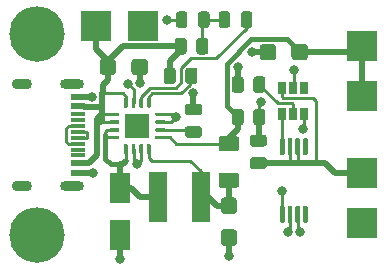
<source format=gbr>
%TF.GenerationSoftware,KiCad,Pcbnew,5.1.12-84ad8e8a86~92~ubuntu20.04.1*%
%TF.CreationDate,2023-07-09T19:05:36+02:00*%
%TF.ProjectId,tp5000_charger,74703530-3030-45f6-9368-61726765722e,rev?*%
%TF.SameCoordinates,Original*%
%TF.FileFunction,Copper,L1,Top*%
%TF.FilePolarity,Positive*%
%FSLAX46Y46*%
G04 Gerber Fmt 4.6, Leading zero omitted, Abs format (unit mm)*
G04 Created by KiCad (PCBNEW 5.1.12-84ad8e8a86~92~ubuntu20.04.1) date 2023-07-09 19:05:36*
%MOMM*%
%LPD*%
G01*
G04 APERTURE LIST*
%TA.AperFunction,ComponentPad*%
%ADD10R,2.500000X2.500000*%
%TD*%
%TA.AperFunction,ComponentPad*%
%ADD11C,4.700000*%
%TD*%
%TA.AperFunction,ComponentPad*%
%ADD12O,2.000000X0.900000*%
%TD*%
%TA.AperFunction,ComponentPad*%
%ADD13O,1.700000X0.900000*%
%TD*%
%TA.AperFunction,SMDPad,CuDef*%
%ADD14R,1.160000X0.300000*%
%TD*%
%TA.AperFunction,SMDPad,CuDef*%
%ADD15R,1.160000X0.600000*%
%TD*%
%TA.AperFunction,SMDPad,CuDef*%
%ADD16R,1.800000X2.500000*%
%TD*%
%TA.AperFunction,SMDPad,CuDef*%
%ADD17R,2.100000X2.100000*%
%TD*%
%TA.AperFunction,SMDPad,CuDef*%
%ADD18R,0.650000X1.060000*%
%TD*%
%TA.AperFunction,SMDPad,CuDef*%
%ADD19R,1.500000X4.200000*%
%TD*%
%TA.AperFunction,ViaPad*%
%ADD20C,0.800000*%
%TD*%
%TA.AperFunction,Conductor*%
%ADD21C,0.500000*%
%TD*%
%TA.AperFunction,Conductor*%
%ADD22C,0.250000*%
%TD*%
%TA.AperFunction,Conductor*%
%ADD23C,0.400000*%
%TD*%
G04 APERTURE END LIST*
D10*
%TO.P,J2,1*%
%TO.N,GND*%
X113750000Y-128500000D03*
%TD*%
%TO.P,J6,1*%
%TO.N,B-*%
X113750000Y-124250000D03*
%TD*%
D11*
%TO.P,H2,1*%
%TO.N,GND*%
X86250000Y-129500000D03*
%TD*%
D12*
%TO.P,J7,S1*%
%TO.N,GND*%
X89180000Y-116680000D03*
X89180000Y-125320000D03*
D13*
X85010000Y-116680000D03*
X85010000Y-125320000D03*
D14*
%TO.P,J7,B7*%
%TO.N,Net-(J7-PadB6)*%
X89760000Y-120250000D03*
%TO.P,J7,A6*%
%TO.N,Net-(J7-PadA6)*%
X89760000Y-120750000D03*
%TO.P,J7,A7*%
X89760000Y-121250000D03*
%TO.P,J7,B8*%
%TO.N,Net-(J7-PadB8)*%
X89760000Y-119250000D03*
%TO.P,J7,A5*%
%TO.N,Net-(J7-PadA5)*%
X89760000Y-119750000D03*
%TO.P,J7,A8*%
%TO.N,Net-(J7-PadA8)*%
X89760000Y-122250000D03*
%TO.P,J7,B6*%
%TO.N,Net-(J7-PadB6)*%
X89760000Y-121750000D03*
%TO.P,J7,B5*%
%TO.N,Net-(J7-PadB5)*%
X89760000Y-122750000D03*
D15*
%TO.P,J7,A4*%
%TO.N,VIN*%
X89760000Y-118600000D03*
%TO.P,J7,B9*%
X89760000Y-118600000D03*
%TO.P,J7,A1*%
%TO.N,GND*%
X89760000Y-117800000D03*
%TO.P,J7,B12*%
X89760000Y-117800000D03*
%TO.P,J7,B4*%
%TO.N,VIN*%
X89760000Y-123400000D03*
%TO.P,J7,B1*%
%TO.N,GND*%
X89760000Y-124200000D03*
%TO.P,J7,A9*%
%TO.N,VIN*%
X89760000Y-123400000D03*
%TO.P,J7,A12*%
%TO.N,GND*%
X89760000Y-124200000D03*
%TD*%
%TO.P,R5,2*%
%TO.N,VIN*%
%TA.AperFunction,SMDPad,CuDef*%
G36*
G01*
X98012500Y-115549999D02*
X98012500Y-116450001D01*
G75*
G02*
X97762501Y-116700000I-249999J0D01*
G01*
X97237499Y-116700000D01*
G75*
G02*
X96987500Y-116450001I0J249999D01*
G01*
X96987500Y-115549999D01*
G75*
G02*
X97237499Y-115300000I249999J0D01*
G01*
X97762501Y-115300000D01*
G75*
G02*
X98012500Y-115549999I0J-249999D01*
G01*
G37*
%TD.AperFunction*%
%TO.P,R5,1*%
%TO.N,Net-(R5-Pad1)*%
%TA.AperFunction,SMDPad,CuDef*%
G36*
G01*
X99837500Y-115549999D02*
X99837500Y-116450001D01*
G75*
G02*
X99587501Y-116700000I-249999J0D01*
G01*
X99062499Y-116700000D01*
G75*
G02*
X98812500Y-116450001I0J249999D01*
G01*
X98812500Y-115549999D01*
G75*
G02*
X99062499Y-115300000I249999J0D01*
G01*
X99587501Y-115300000D01*
G75*
G02*
X99837500Y-115549999I0J-249999D01*
G01*
G37*
%TD.AperFunction*%
%TD*%
%TO.P,D2,2*%
%TO.N,Net-(D2-Pad2)*%
%TA.AperFunction,SMDPad,CuDef*%
G36*
G01*
X99887500Y-111706250D02*
X99887500Y-110793750D01*
G75*
G02*
X100131250Y-110550000I243750J0D01*
G01*
X100618750Y-110550000D01*
G75*
G02*
X100862500Y-110793750I0J-243750D01*
G01*
X100862500Y-111706250D01*
G75*
G02*
X100618750Y-111950000I-243750J0D01*
G01*
X100131250Y-111950000D01*
G75*
G02*
X99887500Y-111706250I0J243750D01*
G01*
G37*
%TD.AperFunction*%
%TO.P,D2,1*%
%TO.N,Net-(D2-Pad1)*%
%TA.AperFunction,SMDPad,CuDef*%
G36*
G01*
X98012500Y-111706250D02*
X98012500Y-110793750D01*
G75*
G02*
X98256250Y-110550000I243750J0D01*
G01*
X98743750Y-110550000D01*
G75*
G02*
X98987500Y-110793750I0J-243750D01*
G01*
X98987500Y-111706250D01*
G75*
G02*
X98743750Y-111950000I-243750J0D01*
G01*
X98256250Y-111950000D01*
G75*
G02*
X98012500Y-111706250I0J243750D01*
G01*
G37*
%TD.AperFunction*%
%TD*%
%TO.P,D3,1*%
%TO.N,Net-(D3-Pad1)*%
%TA.AperFunction,SMDPad,CuDef*%
G36*
G01*
X104487500Y-110793750D02*
X104487500Y-111706250D01*
G75*
G02*
X104243750Y-111950000I-243750J0D01*
G01*
X103756250Y-111950000D01*
G75*
G02*
X103512500Y-111706250I0J243750D01*
G01*
X103512500Y-110793750D01*
G75*
G02*
X103756250Y-110550000I243750J0D01*
G01*
X104243750Y-110550000D01*
G75*
G02*
X104487500Y-110793750I0J-243750D01*
G01*
G37*
%TD.AperFunction*%
%TO.P,D3,2*%
%TO.N,Net-(D2-Pad2)*%
%TA.AperFunction,SMDPad,CuDef*%
G36*
G01*
X102612500Y-110793750D02*
X102612500Y-111706250D01*
G75*
G02*
X102368750Y-111950000I-243750J0D01*
G01*
X101881250Y-111950000D01*
G75*
G02*
X101637500Y-111706250I0J243750D01*
G01*
X101637500Y-110793750D01*
G75*
G02*
X101881250Y-110550000I243750J0D01*
G01*
X102368750Y-110550000D01*
G75*
G02*
X102612500Y-110793750I0J-243750D01*
G01*
G37*
%TD.AperFunction*%
%TD*%
D16*
%TO.P,D1,1*%
%TO.N,Net-(D1-Pad1)*%
X93250000Y-125500000D03*
%TO.P,D1,2*%
%TO.N,GND*%
X93250000Y-129500000D03*
%TD*%
%TO.P,R1,1*%
%TO.N,Net-(C3-Pad1)*%
%TA.AperFunction,SMDPad,CuDef*%
G36*
G01*
X103125001Y-125500000D02*
X101874999Y-125500000D01*
G75*
G02*
X101625000Y-125250001I0J249999D01*
G01*
X101625000Y-124449999D01*
G75*
G02*
X101874999Y-124200000I249999J0D01*
G01*
X103125001Y-124200000D01*
G75*
G02*
X103375000Y-124449999I0J-249999D01*
G01*
X103375000Y-125250001D01*
G75*
G02*
X103125001Y-125500000I-249999J0D01*
G01*
G37*
%TD.AperFunction*%
%TO.P,R1,2*%
%TO.N,B+*%
%TA.AperFunction,SMDPad,CuDef*%
G36*
G01*
X103125001Y-122400000D02*
X101874999Y-122400000D01*
G75*
G02*
X101625000Y-122150001I0J249999D01*
G01*
X101625000Y-121349999D01*
G75*
G02*
X101874999Y-121100000I249999J0D01*
G01*
X103125001Y-121100000D01*
G75*
G02*
X103375000Y-121349999I0J-249999D01*
G01*
X103375000Y-122150001D01*
G75*
G02*
X103125001Y-122400000I-249999J0D01*
G01*
G37*
%TD.AperFunction*%
%TD*%
%TO.P,U1,1*%
%TO.N,VIN*%
%TA.AperFunction,SMDPad,CuDef*%
G36*
G01*
X92375000Y-119350000D02*
X92375000Y-119200000D01*
G75*
G02*
X92450000Y-119125000I75000J0D01*
G01*
X93150000Y-119125000D01*
G75*
G02*
X93225000Y-119200000I0J-75000D01*
G01*
X93225000Y-119350000D01*
G75*
G02*
X93150000Y-119425000I-75000J0D01*
G01*
X92450000Y-119425000D01*
G75*
G02*
X92375000Y-119350000I0J75000D01*
G01*
G37*
%TD.AperFunction*%
%TO.P,U1,2*%
%TA.AperFunction,SMDPad,CuDef*%
G36*
G01*
X92375000Y-120000000D02*
X92375000Y-119850000D01*
G75*
G02*
X92450000Y-119775000I75000J0D01*
G01*
X93150000Y-119775000D01*
G75*
G02*
X93225000Y-119850000I0J-75000D01*
G01*
X93225000Y-120000000D01*
G75*
G02*
X93150000Y-120075000I-75000J0D01*
G01*
X92450000Y-120075000D01*
G75*
G02*
X92375000Y-120000000I0J75000D01*
G01*
G37*
%TD.AperFunction*%
%TO.P,U1,3*%
%TO.N,Net-(D1-Pad1)*%
%TA.AperFunction,SMDPad,CuDef*%
G36*
G01*
X92375000Y-120650000D02*
X92375000Y-120500000D01*
G75*
G02*
X92450000Y-120425000I75000J0D01*
G01*
X93150000Y-120425000D01*
G75*
G02*
X93225000Y-120500000I0J-75000D01*
G01*
X93225000Y-120650000D01*
G75*
G02*
X93150000Y-120725000I-75000J0D01*
G01*
X92450000Y-120725000D01*
G75*
G02*
X92375000Y-120650000I0J75000D01*
G01*
G37*
%TD.AperFunction*%
%TO.P,U1,4*%
%TA.AperFunction,SMDPad,CuDef*%
G36*
G01*
X92375000Y-121300000D02*
X92375000Y-121150000D01*
G75*
G02*
X92450000Y-121075000I75000J0D01*
G01*
X93150000Y-121075000D01*
G75*
G02*
X93225000Y-121150000I0J-75000D01*
G01*
X93225000Y-121300000D01*
G75*
G02*
X93150000Y-121375000I-75000J0D01*
G01*
X92450000Y-121375000D01*
G75*
G02*
X92375000Y-121300000I0J75000D01*
G01*
G37*
%TD.AperFunction*%
%TO.P,U1,5*%
%TA.AperFunction,SMDPad,CuDef*%
G36*
G01*
X93625000Y-122550000D02*
X93625000Y-121850000D01*
G75*
G02*
X93700000Y-121775000I75000J0D01*
G01*
X93850000Y-121775000D01*
G75*
G02*
X93925000Y-121850000I0J-75000D01*
G01*
X93925000Y-122550000D01*
G75*
G02*
X93850000Y-122625000I-75000J0D01*
G01*
X93700000Y-122625000D01*
G75*
G02*
X93625000Y-122550000I0J75000D01*
G01*
G37*
%TD.AperFunction*%
%TO.P,U1,6*%
%TO.N,GND*%
%TA.AperFunction,SMDPad,CuDef*%
G36*
G01*
X94275000Y-122550000D02*
X94275000Y-121850000D01*
G75*
G02*
X94350000Y-121775000I75000J0D01*
G01*
X94500000Y-121775000D01*
G75*
G02*
X94575000Y-121850000I0J-75000D01*
G01*
X94575000Y-122550000D01*
G75*
G02*
X94500000Y-122625000I-75000J0D01*
G01*
X94350000Y-122625000D01*
G75*
G02*
X94275000Y-122550000I0J75000D01*
G01*
G37*
%TD.AperFunction*%
%TO.P,U1,7*%
%TA.AperFunction,SMDPad,CuDef*%
G36*
G01*
X94925000Y-122550000D02*
X94925000Y-121850000D01*
G75*
G02*
X95000000Y-121775000I75000J0D01*
G01*
X95150000Y-121775000D01*
G75*
G02*
X95225000Y-121850000I0J-75000D01*
G01*
X95225000Y-122550000D01*
G75*
G02*
X95150000Y-122625000I-75000J0D01*
G01*
X95000000Y-122625000D01*
G75*
G02*
X94925000Y-122550000I0J75000D01*
G01*
G37*
%TD.AperFunction*%
%TO.P,U1,8*%
%TO.N,Net-(C3-Pad1)*%
%TA.AperFunction,SMDPad,CuDef*%
G36*
G01*
X95575000Y-122550000D02*
X95575000Y-121850000D01*
G75*
G02*
X95650000Y-121775000I75000J0D01*
G01*
X95800000Y-121775000D01*
G75*
G02*
X95875000Y-121850000I0J-75000D01*
G01*
X95875000Y-122550000D01*
G75*
G02*
X95800000Y-122625000I-75000J0D01*
G01*
X95650000Y-122625000D01*
G75*
G02*
X95575000Y-122550000I0J75000D01*
G01*
G37*
%TD.AperFunction*%
%TO.P,U1,9*%
%TO.N,B+*%
%TA.AperFunction,SMDPad,CuDef*%
G36*
G01*
X96275000Y-121300000D02*
X96275000Y-121150000D01*
G75*
G02*
X96350000Y-121075000I75000J0D01*
G01*
X97050000Y-121075000D01*
G75*
G02*
X97125000Y-121150000I0J-75000D01*
G01*
X97125000Y-121300000D01*
G75*
G02*
X97050000Y-121375000I-75000J0D01*
G01*
X96350000Y-121375000D01*
G75*
G02*
X96275000Y-121300000I0J75000D01*
G01*
G37*
%TD.AperFunction*%
%TO.P,U1,10*%
%TO.N,Net-(C2-Pad1)*%
%TA.AperFunction,SMDPad,CuDef*%
G36*
G01*
X96275000Y-120650000D02*
X96275000Y-120500000D01*
G75*
G02*
X96350000Y-120425000I75000J0D01*
G01*
X97050000Y-120425000D01*
G75*
G02*
X97125000Y-120500000I0J-75000D01*
G01*
X97125000Y-120650000D01*
G75*
G02*
X97050000Y-120725000I-75000J0D01*
G01*
X96350000Y-120725000D01*
G75*
G02*
X96275000Y-120650000I0J75000D01*
G01*
G37*
%TD.AperFunction*%
%TO.P,U1,11*%
%TO.N,GND*%
%TA.AperFunction,SMDPad,CuDef*%
G36*
G01*
X96275000Y-120000000D02*
X96275000Y-119850000D01*
G75*
G02*
X96350000Y-119775000I75000J0D01*
G01*
X97050000Y-119775000D01*
G75*
G02*
X97125000Y-119850000I0J-75000D01*
G01*
X97125000Y-120000000D01*
G75*
G02*
X97050000Y-120075000I-75000J0D01*
G01*
X96350000Y-120075000D01*
G75*
G02*
X96275000Y-120000000I0J75000D01*
G01*
G37*
%TD.AperFunction*%
%TO.P,U1,12*%
%TA.AperFunction,SMDPad,CuDef*%
G36*
G01*
X96275000Y-119350000D02*
X96275000Y-119200000D01*
G75*
G02*
X96350000Y-119125000I75000J0D01*
G01*
X97050000Y-119125000D01*
G75*
G02*
X97125000Y-119200000I0J-75000D01*
G01*
X97125000Y-119350000D01*
G75*
G02*
X97050000Y-119425000I-75000J0D01*
G01*
X96350000Y-119425000D01*
G75*
G02*
X96275000Y-119350000I0J75000D01*
G01*
G37*
%TD.AperFunction*%
%TO.P,U1,13*%
%TO.N,Net-(R5-Pad1)*%
%TA.AperFunction,SMDPad,CuDef*%
G36*
G01*
X95575000Y-118650000D02*
X95575000Y-117950000D01*
G75*
G02*
X95650000Y-117875000I75000J0D01*
G01*
X95800000Y-117875000D01*
G75*
G02*
X95875000Y-117950000I0J-75000D01*
G01*
X95875000Y-118650000D01*
G75*
G02*
X95800000Y-118725000I-75000J0D01*
G01*
X95650000Y-118725000D01*
G75*
G02*
X95575000Y-118650000I0J75000D01*
G01*
G37*
%TD.AperFunction*%
%TO.P,U1,14*%
%TO.N,Net-(D3-Pad1)*%
%TA.AperFunction,SMDPad,CuDef*%
G36*
G01*
X94925000Y-118650000D02*
X94925000Y-117950000D01*
G75*
G02*
X95000000Y-117875000I75000J0D01*
G01*
X95150000Y-117875000D01*
G75*
G02*
X95225000Y-117950000I0J-75000D01*
G01*
X95225000Y-118650000D01*
G75*
G02*
X95150000Y-118725000I-75000J0D01*
G01*
X95000000Y-118725000D01*
G75*
G02*
X94925000Y-118650000I0J75000D01*
G01*
G37*
%TD.AperFunction*%
%TO.P,U1,15*%
%TO.N,Net-(D2-Pad1)*%
%TA.AperFunction,SMDPad,CuDef*%
G36*
G01*
X94275000Y-118650000D02*
X94275000Y-117950000D01*
G75*
G02*
X94350000Y-117875000I75000J0D01*
G01*
X94500000Y-117875000D01*
G75*
G02*
X94575000Y-117950000I0J-75000D01*
G01*
X94575000Y-118650000D01*
G75*
G02*
X94500000Y-118725000I-75000J0D01*
G01*
X94350000Y-118725000D01*
G75*
G02*
X94275000Y-118650000I0J75000D01*
G01*
G37*
%TD.AperFunction*%
%TO.P,U1,16*%
%TO.N,VIN*%
%TA.AperFunction,SMDPad,CuDef*%
G36*
G01*
X93625000Y-118650000D02*
X93625000Y-117950000D01*
G75*
G02*
X93700000Y-117875000I75000J0D01*
G01*
X93850000Y-117875000D01*
G75*
G02*
X93925000Y-117950000I0J-75000D01*
G01*
X93925000Y-118650000D01*
G75*
G02*
X93850000Y-118725000I-75000J0D01*
G01*
X93700000Y-118725000D01*
G75*
G02*
X93625000Y-118650000I0J75000D01*
G01*
G37*
%TD.AperFunction*%
D17*
%TO.P,U1,17*%
%TO.N,N/C*%
X94750000Y-120250000D03*
%TD*%
D18*
%TO.P,U2,1*%
%TO.N,Net-(U2-Pad1)*%
X107000000Y-119200000D03*
%TO.P,U2,2*%
%TO.N,Net-(R3-Pad1)*%
X107950000Y-119200000D03*
%TO.P,U2,3*%
%TO.N,Net-(U2-Pad3)*%
X108900000Y-119200000D03*
%TO.P,U2,4*%
%TO.N,Net-(U2-Pad4)*%
X108900000Y-117000000D03*
%TO.P,U2,6*%
%TO.N,B-*%
X107000000Y-117000000D03*
%TO.P,U2,5*%
%TO.N,Net-(C4-Pad1)*%
X107950000Y-117000000D03*
%TD*%
%TO.P,U3,1*%
%TO.N,Net-(U3-Pad1)*%
%TA.AperFunction,SMDPad,CuDef*%
G36*
G01*
X108875000Y-121262500D02*
X109075000Y-121262500D01*
G75*
G02*
X109175000Y-121362500I0J-100000D01*
G01*
X109175000Y-122637500D01*
G75*
G02*
X109075000Y-122737500I-100000J0D01*
G01*
X108875000Y-122737500D01*
G75*
G02*
X108775000Y-122637500I0J100000D01*
G01*
X108775000Y-121362500D01*
G75*
G02*
X108875000Y-121262500I100000J0D01*
G01*
G37*
%TD.AperFunction*%
%TO.P,U3,2*%
%TO.N,B-*%
%TA.AperFunction,SMDPad,CuDef*%
G36*
G01*
X108225000Y-121262500D02*
X108425000Y-121262500D01*
G75*
G02*
X108525000Y-121362500I0J-100000D01*
G01*
X108525000Y-122637500D01*
G75*
G02*
X108425000Y-122737500I-100000J0D01*
G01*
X108225000Y-122737500D01*
G75*
G02*
X108125000Y-122637500I0J100000D01*
G01*
X108125000Y-121362500D01*
G75*
G02*
X108225000Y-121262500I100000J0D01*
G01*
G37*
%TD.AperFunction*%
%TO.P,U3,3*%
%TA.AperFunction,SMDPad,CuDef*%
G36*
G01*
X107575000Y-121262500D02*
X107775000Y-121262500D01*
G75*
G02*
X107875000Y-121362500I0J-100000D01*
G01*
X107875000Y-122637500D01*
G75*
G02*
X107775000Y-122737500I-100000J0D01*
G01*
X107575000Y-122737500D01*
G75*
G02*
X107475000Y-122637500I0J100000D01*
G01*
X107475000Y-121362500D01*
G75*
G02*
X107575000Y-121262500I100000J0D01*
G01*
G37*
%TD.AperFunction*%
%TO.P,U3,4*%
%TO.N,Net-(U2-Pad1)*%
%TA.AperFunction,SMDPad,CuDef*%
G36*
G01*
X106925000Y-121262500D02*
X107125000Y-121262500D01*
G75*
G02*
X107225000Y-121362500I0J-100000D01*
G01*
X107225000Y-122637500D01*
G75*
G02*
X107125000Y-122737500I-100000J0D01*
G01*
X106925000Y-122737500D01*
G75*
G02*
X106825000Y-122637500I0J100000D01*
G01*
X106825000Y-121362500D01*
G75*
G02*
X106925000Y-121262500I100000J0D01*
G01*
G37*
%TD.AperFunction*%
%TO.P,U3,5*%
%TO.N,Net-(U2-Pad3)*%
%TA.AperFunction,SMDPad,CuDef*%
G36*
G01*
X106925000Y-126987500D02*
X107125000Y-126987500D01*
G75*
G02*
X107225000Y-127087500I0J-100000D01*
G01*
X107225000Y-128362500D01*
G75*
G02*
X107125000Y-128462500I-100000J0D01*
G01*
X106925000Y-128462500D01*
G75*
G02*
X106825000Y-128362500I0J100000D01*
G01*
X106825000Y-127087500D01*
G75*
G02*
X106925000Y-126987500I100000J0D01*
G01*
G37*
%TD.AperFunction*%
%TO.P,U3,6*%
%TO.N,GND*%
%TA.AperFunction,SMDPad,CuDef*%
G36*
G01*
X107575000Y-126987500D02*
X107775000Y-126987500D01*
G75*
G02*
X107875000Y-127087500I0J-100000D01*
G01*
X107875000Y-128362500D01*
G75*
G02*
X107775000Y-128462500I-100000J0D01*
G01*
X107575000Y-128462500D01*
G75*
G02*
X107475000Y-128362500I0J100000D01*
G01*
X107475000Y-127087500D01*
G75*
G02*
X107575000Y-126987500I100000J0D01*
G01*
G37*
%TD.AperFunction*%
%TO.P,U3,7*%
%TA.AperFunction,SMDPad,CuDef*%
G36*
G01*
X108225000Y-126987500D02*
X108425000Y-126987500D01*
G75*
G02*
X108525000Y-127087500I0J-100000D01*
G01*
X108525000Y-128362500D01*
G75*
G02*
X108425000Y-128462500I-100000J0D01*
G01*
X108225000Y-128462500D01*
G75*
G02*
X108125000Y-128362500I0J100000D01*
G01*
X108125000Y-127087500D01*
G75*
G02*
X108225000Y-126987500I100000J0D01*
G01*
G37*
%TD.AperFunction*%
%TO.P,U3,8*%
%TO.N,Net-(U3-Pad8)*%
%TA.AperFunction,SMDPad,CuDef*%
G36*
G01*
X108875000Y-126987500D02*
X109075000Y-126987500D01*
G75*
G02*
X109175000Y-127087500I0J-100000D01*
G01*
X109175000Y-128362500D01*
G75*
G02*
X109075000Y-128462500I-100000J0D01*
G01*
X108875000Y-128462500D01*
G75*
G02*
X108775000Y-128362500I0J100000D01*
G01*
X108775000Y-127087500D01*
G75*
G02*
X108875000Y-126987500I100000J0D01*
G01*
G37*
%TD.AperFunction*%
%TD*%
%TO.P,C1,1*%
%TO.N,VIN*%
%TA.AperFunction,SMDPad,CuDef*%
G36*
G01*
X91550000Y-115675001D02*
X91550000Y-114824999D01*
G75*
G02*
X91799999Y-114575000I249999J0D01*
G01*
X92700001Y-114575000D01*
G75*
G02*
X92950000Y-114824999I0J-249999D01*
G01*
X92950000Y-115675001D01*
G75*
G02*
X92700001Y-115925000I-249999J0D01*
G01*
X91799999Y-115925000D01*
G75*
G02*
X91550000Y-115675001I0J249999D01*
G01*
G37*
%TD.AperFunction*%
%TO.P,C1,2*%
%TO.N,GND*%
%TA.AperFunction,SMDPad,CuDef*%
G36*
G01*
X94250000Y-115675001D02*
X94250000Y-114824999D01*
G75*
G02*
X94499999Y-114575000I249999J0D01*
G01*
X95400001Y-114575000D01*
G75*
G02*
X95650000Y-114824999I0J-249999D01*
G01*
X95650000Y-115675001D01*
G75*
G02*
X95400001Y-115925000I-249999J0D01*
G01*
X94499999Y-115925000D01*
G75*
G02*
X94250000Y-115675001I0J249999D01*
G01*
G37*
%TD.AperFunction*%
%TD*%
%TO.P,C2,1*%
%TO.N,Net-(C2-Pad1)*%
%TA.AperFunction,SMDPad,CuDef*%
G36*
G01*
X99975000Y-121250000D02*
X99025000Y-121250000D01*
G75*
G02*
X98775000Y-121000000I0J250000D01*
G01*
X98775000Y-120500000D01*
G75*
G02*
X99025000Y-120250000I250000J0D01*
G01*
X99975000Y-120250000D01*
G75*
G02*
X100225000Y-120500000I0J-250000D01*
G01*
X100225000Y-121000000D01*
G75*
G02*
X99975000Y-121250000I-250000J0D01*
G01*
G37*
%TD.AperFunction*%
%TO.P,C2,2*%
%TO.N,GND*%
%TA.AperFunction,SMDPad,CuDef*%
G36*
G01*
X99975000Y-119350000D02*
X99025000Y-119350000D01*
G75*
G02*
X98775000Y-119100000I0J250000D01*
G01*
X98775000Y-118600000D01*
G75*
G02*
X99025000Y-118350000I250000J0D01*
G01*
X99975000Y-118350000D01*
G75*
G02*
X100225000Y-118600000I0J-250000D01*
G01*
X100225000Y-119100000D01*
G75*
G02*
X99975000Y-119350000I-250000J0D01*
G01*
G37*
%TD.AperFunction*%
%TD*%
%TO.P,C3,2*%
%TO.N,GND*%
%TA.AperFunction,SMDPad,CuDef*%
G36*
G01*
X102074999Y-129000000D02*
X102925001Y-129000000D01*
G75*
G02*
X103175000Y-129249999I0J-249999D01*
G01*
X103175000Y-130150001D01*
G75*
G02*
X102925001Y-130400000I-249999J0D01*
G01*
X102074999Y-130400000D01*
G75*
G02*
X101825000Y-130150001I0J249999D01*
G01*
X101825000Y-129249999D01*
G75*
G02*
X102074999Y-129000000I249999J0D01*
G01*
G37*
%TD.AperFunction*%
%TO.P,C3,1*%
%TO.N,Net-(C3-Pad1)*%
%TA.AperFunction,SMDPad,CuDef*%
G36*
G01*
X102074999Y-126300000D02*
X102925001Y-126300000D01*
G75*
G02*
X103175000Y-126549999I0J-249999D01*
G01*
X103175000Y-127450001D01*
G75*
G02*
X102925001Y-127700000I-249999J0D01*
G01*
X102074999Y-127700000D01*
G75*
G02*
X101825000Y-127450001I0J249999D01*
G01*
X101825000Y-126549999D01*
G75*
G02*
X102074999Y-126300000I249999J0D01*
G01*
G37*
%TD.AperFunction*%
%TD*%
%TO.P,C4,2*%
%TO.N,B-*%
%TA.AperFunction,SMDPad,CuDef*%
G36*
G01*
X104525000Y-122900000D02*
X105475000Y-122900000D01*
G75*
G02*
X105725000Y-123150000I0J-250000D01*
G01*
X105725000Y-123650000D01*
G75*
G02*
X105475000Y-123900000I-250000J0D01*
G01*
X104525000Y-123900000D01*
G75*
G02*
X104275000Y-123650000I0J250000D01*
G01*
X104275000Y-123150000D01*
G75*
G02*
X104525000Y-122900000I250000J0D01*
G01*
G37*
%TD.AperFunction*%
%TO.P,C4,1*%
%TO.N,Net-(C4-Pad1)*%
%TA.AperFunction,SMDPad,CuDef*%
G36*
G01*
X104525000Y-121000000D02*
X105475000Y-121000000D01*
G75*
G02*
X105725000Y-121250000I0J-250000D01*
G01*
X105725000Y-121750000D01*
G75*
G02*
X105475000Y-122000000I-250000J0D01*
G01*
X104525000Y-122000000D01*
G75*
G02*
X104275000Y-121750000I0J250000D01*
G01*
X104275000Y-121250000D01*
G75*
G02*
X104525000Y-121000000I250000J0D01*
G01*
G37*
%TD.AperFunction*%
%TD*%
%TO.P,C5,1*%
%TO.N,B+*%
%TA.AperFunction,SMDPad,CuDef*%
G36*
G01*
X109200000Y-113574999D02*
X109200000Y-114425001D01*
G75*
G02*
X108950001Y-114675000I-249999J0D01*
G01*
X108049999Y-114675000D01*
G75*
G02*
X107800000Y-114425001I0J249999D01*
G01*
X107800000Y-113574999D01*
G75*
G02*
X108049999Y-113325000I249999J0D01*
G01*
X108950001Y-113325000D01*
G75*
G02*
X109200000Y-113574999I0J-249999D01*
G01*
G37*
%TD.AperFunction*%
%TO.P,C5,2*%
%TO.N,GND*%
%TA.AperFunction,SMDPad,CuDef*%
G36*
G01*
X106500000Y-113574999D02*
X106500000Y-114425001D01*
G75*
G02*
X106250001Y-114675000I-249999J0D01*
G01*
X105349999Y-114675000D01*
G75*
G02*
X105100000Y-114425001I0J249999D01*
G01*
X105100000Y-113574999D01*
G75*
G02*
X105349999Y-113325000I249999J0D01*
G01*
X106250001Y-113325000D01*
G75*
G02*
X106500000Y-113574999I0J-249999D01*
G01*
G37*
%TD.AperFunction*%
%TD*%
D11*
%TO.P,H1,1*%
%TO.N,GND*%
X86250000Y-112500000D03*
%TD*%
D10*
%TO.P,J1,1*%
%TO.N,VIN*%
X91250000Y-111750000D03*
%TD*%
%TO.P,J3,1*%
%TO.N,B+*%
X113750000Y-113500000D03*
%TD*%
%TO.P,J4,1*%
%TO.N,GND*%
X95250000Y-111750000D03*
%TD*%
%TO.P,J5,1*%
%TO.N,B+*%
X113750000Y-117750000D03*
%TD*%
D19*
%TO.P,L1,1*%
%TO.N,Net-(D1-Pad1)*%
X96500000Y-126250000D03*
%TO.P,L1,2*%
%TO.N,Net-(C3-Pad1)*%
X100100000Y-126250000D03*
%TD*%
%TO.P,R2,1*%
%TO.N,Net-(D2-Pad2)*%
%TA.AperFunction,SMDPad,CuDef*%
G36*
G01*
X100762500Y-113049999D02*
X100762500Y-113950001D01*
G75*
G02*
X100512501Y-114200000I-249999J0D01*
G01*
X99987499Y-114200000D01*
G75*
G02*
X99737500Y-113950001I0J249999D01*
G01*
X99737500Y-113049999D01*
G75*
G02*
X99987499Y-112800000I249999J0D01*
G01*
X100512501Y-112800000D01*
G75*
G02*
X100762500Y-113049999I0J-249999D01*
G01*
G37*
%TD.AperFunction*%
%TO.P,R2,2*%
%TO.N,VIN*%
%TA.AperFunction,SMDPad,CuDef*%
G36*
G01*
X98937500Y-113049999D02*
X98937500Y-113950001D01*
G75*
G02*
X98687501Y-114200000I-249999J0D01*
G01*
X98162499Y-114200000D01*
G75*
G02*
X97912500Y-113950001I0J249999D01*
G01*
X97912500Y-113049999D01*
G75*
G02*
X98162499Y-112800000I249999J0D01*
G01*
X98687501Y-112800000D01*
G75*
G02*
X98937500Y-113049999I0J-249999D01*
G01*
G37*
%TD.AperFunction*%
%TD*%
%TO.P,R3,2*%
%TO.N,GND*%
%TA.AperFunction,SMDPad,CuDef*%
G36*
G01*
X103762500Y-116299999D02*
X103762500Y-117200001D01*
G75*
G02*
X103512501Y-117450000I-249999J0D01*
G01*
X102987499Y-117450000D01*
G75*
G02*
X102737500Y-117200001I0J249999D01*
G01*
X102737500Y-116299999D01*
G75*
G02*
X102987499Y-116050000I249999J0D01*
G01*
X103512501Y-116050000D01*
G75*
G02*
X103762500Y-116299999I0J-249999D01*
G01*
G37*
%TD.AperFunction*%
%TO.P,R3,1*%
%TO.N,Net-(R3-Pad1)*%
%TA.AperFunction,SMDPad,CuDef*%
G36*
G01*
X105587500Y-116299999D02*
X105587500Y-117200001D01*
G75*
G02*
X105337501Y-117450000I-249999J0D01*
G01*
X104812499Y-117450000D01*
G75*
G02*
X104562500Y-117200001I0J249999D01*
G01*
X104562500Y-116299999D01*
G75*
G02*
X104812499Y-116050000I249999J0D01*
G01*
X105337501Y-116050000D01*
G75*
G02*
X105587500Y-116299999I0J-249999D01*
G01*
G37*
%TD.AperFunction*%
%TD*%
%TO.P,R4,1*%
%TO.N,B+*%
%TA.AperFunction,SMDPad,CuDef*%
G36*
G01*
X102737500Y-119950001D02*
X102737500Y-119049999D01*
G75*
G02*
X102987499Y-118800000I249999J0D01*
G01*
X103512501Y-118800000D01*
G75*
G02*
X103762500Y-119049999I0J-249999D01*
G01*
X103762500Y-119950001D01*
G75*
G02*
X103512501Y-120200000I-249999J0D01*
G01*
X102987499Y-120200000D01*
G75*
G02*
X102737500Y-119950001I0J249999D01*
G01*
G37*
%TD.AperFunction*%
%TO.P,R4,2*%
%TO.N,Net-(C4-Pad1)*%
%TA.AperFunction,SMDPad,CuDef*%
G36*
G01*
X104562500Y-119950001D02*
X104562500Y-119049999D01*
G75*
G02*
X104812499Y-118800000I249999J0D01*
G01*
X105337501Y-118800000D01*
G75*
G02*
X105587500Y-119049999I0J-249999D01*
G01*
X105587500Y-119950001D01*
G75*
G02*
X105337501Y-120200000I-249999J0D01*
G01*
X104812499Y-120200000D01*
G75*
G02*
X104562500Y-119950001I0J249999D01*
G01*
G37*
%TD.AperFunction*%
%TD*%
D20*
%TO.N,GND*%
X95000000Y-116650000D03*
X93250000Y-131500000D03*
X102500000Y-131250000D03*
X108500000Y-129250000D03*
X107500000Y-129250000D03*
X94750000Y-123500000D03*
X98000000Y-119500000D03*
X99500000Y-117500000D03*
X103250000Y-115250000D03*
X104500000Y-114000000D03*
X90900000Y-117768794D03*
X91000000Y-124250000D03*
%TO.N,Net-(C4-Pad1)*%
X105250000Y-118250000D03*
X108000000Y-115500000D03*
%TO.N,Net-(D2-Pad1)*%
X94001285Y-116700723D03*
X97250000Y-111250000D03*
%TO.N,Net-(U2-Pad3)*%
X108750000Y-120500000D03*
X107000000Y-125750000D03*
%TD*%
D21*
%TO.N,VIN*%
X91375000Y-119625000D02*
X91750000Y-119250000D01*
D22*
X91775000Y-119275000D02*
X91750000Y-119250000D01*
X92800000Y-119275000D02*
X91775000Y-119275000D01*
X91425000Y-119925000D02*
X91375000Y-119875000D01*
D21*
X91375000Y-119875000D02*
X91375000Y-119625000D01*
D22*
X93775000Y-118300000D02*
X93775000Y-117775000D01*
X93500000Y-117500000D02*
X91750000Y-117500000D01*
X93775000Y-117775000D02*
X93500000Y-117500000D01*
D21*
X91750000Y-119250000D02*
X91750000Y-119750000D01*
X91750000Y-119750000D02*
X91575000Y-119925000D01*
D22*
X91575000Y-119925000D02*
X91425000Y-119925000D01*
X92800000Y-119925000D02*
X91575000Y-119925000D01*
D21*
X92250000Y-115250000D02*
X92250000Y-116350001D01*
X91850001Y-117399999D02*
X91750000Y-117500000D01*
X91850001Y-116750000D02*
X91850001Y-117399999D01*
X92250000Y-116350001D02*
X91850001Y-116750000D01*
X92250000Y-115250000D02*
X92250000Y-114750000D01*
X91250000Y-113750000D02*
X91250000Y-111750000D01*
X92250000Y-114750000D02*
X91250000Y-113750000D01*
X93500000Y-113500000D02*
X98425000Y-113500000D01*
X92250000Y-114750000D02*
X93500000Y-113500000D01*
X98425000Y-113500000D02*
X98425000Y-113825000D01*
X97500000Y-114750000D02*
X97500000Y-116000000D01*
X98425000Y-113825000D02*
X97500000Y-114750000D01*
X91649999Y-118649999D02*
X91750000Y-118750000D01*
X90199999Y-118649999D02*
X91649999Y-118649999D01*
X89760000Y-118600000D02*
X90150000Y-118600000D01*
X91750000Y-118750000D02*
X91750000Y-117500000D01*
X90150000Y-118600000D02*
X90199999Y-118649999D01*
X91750000Y-119250000D02*
X91750000Y-118750000D01*
X91375000Y-122675002D02*
X91375000Y-120125000D01*
X91375000Y-120125000D02*
X91575000Y-119925000D01*
X90650002Y-123400000D02*
X91375000Y-122675002D01*
X89760000Y-123400000D02*
X90650002Y-123400000D01*
%TO.N,GND*%
X94950000Y-116600000D02*
X95000000Y-116650000D01*
X94950000Y-115250000D02*
X94950000Y-116600000D01*
X93250000Y-129500000D02*
X93250000Y-131500000D01*
D22*
X107675000Y-129075000D02*
X107500000Y-129250000D01*
X107675000Y-127725000D02*
X107675000Y-129075000D01*
X108325000Y-129075000D02*
X108500000Y-129250000D01*
X108325000Y-127725000D02*
X108325000Y-129075000D01*
X97575000Y-119925000D02*
X98000000Y-119500000D01*
X96700000Y-119925000D02*
X97575000Y-119925000D01*
X97775000Y-119275000D02*
X98000000Y-119500000D01*
X96700000Y-119275000D02*
X97775000Y-119275000D01*
X94425000Y-123175000D02*
X94750000Y-123500000D01*
X94425000Y-122200000D02*
X94425000Y-123175000D01*
X95075000Y-123175000D02*
X94750000Y-123500000D01*
X95075000Y-122200000D02*
X95075000Y-123175000D01*
D21*
X105800000Y-114000000D02*
X104500000Y-114000000D01*
X103250000Y-116750000D02*
X103250000Y-115250000D01*
X99500000Y-118850000D02*
X99500000Y-117500000D01*
X90868794Y-117800000D02*
X90900000Y-117768794D01*
X89760000Y-117800000D02*
X90868794Y-117800000D01*
X90950000Y-124200000D02*
X91000000Y-124250000D01*
X89760000Y-124200000D02*
X90950000Y-124200000D01*
X102500000Y-129700000D02*
X102500000Y-131250000D01*
D22*
%TO.N,Net-(C2-Pad1)*%
X99325000Y-120575000D02*
X99500000Y-120750000D01*
X96700000Y-120575000D02*
X99325000Y-120575000D01*
%TO.N,Net-(C3-Pad1)*%
X95725000Y-122200000D02*
X95725000Y-122975000D01*
X95725000Y-122975000D02*
X96000000Y-123250000D01*
X96000000Y-123250000D02*
X99250000Y-123250000D01*
X100100000Y-124100000D02*
X100100000Y-126250000D01*
X99250000Y-123250000D02*
X100100000Y-124100000D01*
D21*
X100100000Y-126250000D02*
X100750000Y-126250000D01*
X101500000Y-127000000D02*
X102500000Y-127000000D01*
X100750000Y-126250000D02*
X101500000Y-127000000D01*
X102500000Y-127000000D02*
X102500000Y-124850000D01*
%TO.N,B-*%
X105000000Y-123400000D02*
X107350000Y-123400000D01*
D22*
X107675000Y-123325000D02*
X107600000Y-123400000D01*
X107675000Y-122000000D02*
X107675000Y-123325000D01*
D21*
X107600000Y-123400000D02*
X107350000Y-123400000D01*
X108150000Y-123400000D02*
X107600000Y-123400000D01*
D22*
X108325000Y-122000000D02*
X108325000Y-123375000D01*
D21*
X108350000Y-123400000D02*
X108150000Y-123400000D01*
D22*
X108325000Y-123375000D02*
X108350000Y-123400000D01*
D21*
X109900000Y-123400000D02*
X108350000Y-123400000D01*
D22*
X107075001Y-117855001D02*
X109605001Y-117855001D01*
X107000000Y-117780000D02*
X107075001Y-117855001D01*
X107000000Y-117000000D02*
X107000000Y-117780000D01*
X109873461Y-123373461D02*
X109900000Y-123400000D01*
X109873461Y-118123461D02*
X109873461Y-123373461D01*
X109605001Y-117855001D02*
X109873461Y-118123461D01*
D21*
X109873461Y-123373461D02*
X110623461Y-123373461D01*
X111500000Y-124250000D02*
X113750000Y-124250000D01*
X110623461Y-123373461D02*
X111500000Y-124250000D01*
%TO.N,Net-(C4-Pad1)*%
X105075000Y-121425000D02*
X105000000Y-121500000D01*
X105075000Y-119500000D02*
X105075000Y-121425000D01*
D22*
X105075000Y-118425000D02*
X105250000Y-118250000D01*
X105075000Y-119500000D02*
X105075000Y-118425000D01*
X108000000Y-116950000D02*
X107950000Y-117000000D01*
X108000000Y-115500000D02*
X108000000Y-116950000D01*
%TO.N,B+*%
X96700000Y-121225000D02*
X97475000Y-121225000D01*
X98000000Y-121750000D02*
X102500000Y-121750000D01*
X97475000Y-121225000D02*
X98000000Y-121750000D01*
D21*
X102500000Y-121750000D02*
X102500000Y-121250000D01*
X103250000Y-120500000D02*
X103250000Y-119500000D01*
X102500000Y-121250000D02*
X103250000Y-120500000D01*
X112750000Y-112500000D02*
X113750000Y-113500000D01*
X113750000Y-113500000D02*
X113750000Y-117750000D01*
D23*
X102337490Y-118587490D02*
X103250000Y-119500000D01*
X102337490Y-114978508D02*
X102337490Y-118587490D01*
X104391008Y-112924990D02*
X102337490Y-114978508D01*
X107424990Y-112924990D02*
X104391008Y-112924990D01*
X108500000Y-114000000D02*
X107424990Y-112924990D01*
D21*
X113250000Y-114000000D02*
X113750000Y-113500000D01*
X108500000Y-114000000D02*
X113250000Y-114000000D01*
%TO.N,Net-(D1-Pad1)*%
X93250000Y-125500000D02*
X93250000Y-123500000D01*
X93250000Y-123500000D02*
X93500000Y-123500000D01*
X93500000Y-123500000D02*
X93750000Y-123250000D01*
D23*
X92500000Y-123500000D02*
X92025010Y-123025010D01*
X93250000Y-123500000D02*
X92500000Y-123500000D01*
D22*
X92800000Y-120575000D02*
X92175000Y-120575000D01*
X92025010Y-120724990D02*
X92025010Y-121000000D01*
X92175000Y-120575000D02*
X92025010Y-120724990D01*
X92075020Y-121225000D02*
X92025010Y-121275010D01*
X92800000Y-121225000D02*
X92075020Y-121225000D01*
D23*
X92025010Y-121275010D02*
X92025010Y-121000000D01*
X92025010Y-123025010D02*
X92025010Y-121275010D01*
D22*
X93775000Y-123225000D02*
X93750000Y-123250000D01*
X93775000Y-122200000D02*
X93775000Y-123225000D01*
D21*
X93250000Y-125500000D02*
X94250000Y-125500000D01*
X95000000Y-126250000D02*
X96500000Y-126250000D01*
X94250000Y-125500000D02*
X95000000Y-126250000D01*
D22*
%TO.N,Net-(D2-Pad2)*%
X100250000Y-111375000D02*
X100375000Y-111250000D01*
X100250000Y-113500000D02*
X100250000Y-111375000D01*
X100375000Y-111250000D02*
X102125000Y-111250000D01*
%TO.N,Net-(D2-Pad1)*%
X94425000Y-117124438D02*
X94001285Y-116700723D01*
X94425000Y-118300000D02*
X94425000Y-117124438D01*
X97250000Y-111250000D02*
X98500000Y-111250000D01*
%TO.N,Net-(D3-Pad1)*%
X101424990Y-114525010D02*
X104000000Y-111950000D01*
X99274300Y-114525010D02*
X101424990Y-114525010D01*
X98487490Y-115311820D02*
X99274300Y-114525010D01*
X98487490Y-116538200D02*
X98487490Y-115311820D01*
X98000680Y-117025010D02*
X98487490Y-116538200D01*
X104000000Y-111950000D02*
X104000000Y-111250000D01*
X95838580Y-117025010D02*
X98000680Y-117025010D01*
X95075000Y-117788590D02*
X95838580Y-117025010D01*
X95075000Y-118300000D02*
X95075000Y-117788590D01*
%TO.N,Net-(R3-Pad1)*%
X107950000Y-118420000D02*
X107950000Y-119200000D01*
X107874999Y-118344999D02*
X107950000Y-118420000D01*
X106669999Y-118344999D02*
X107874999Y-118344999D01*
X105075000Y-116750000D02*
X106669999Y-118344999D01*
%TO.N,Net-(U2-Pad1)*%
X107000000Y-121975000D02*
X107025000Y-122000000D01*
X107000000Y-119200000D02*
X107000000Y-121975000D01*
%TO.N,Net-(U2-Pad3)*%
X108900000Y-120350000D02*
X108750000Y-120500000D01*
X108900000Y-119200000D02*
X108900000Y-120350000D01*
X107000000Y-127700000D02*
X107025000Y-127725000D01*
X107000000Y-125750000D02*
X107000000Y-127700000D01*
%TO.N,Net-(J7-PadB6)*%
X88930000Y-121750000D02*
X88750000Y-121570000D01*
X89760000Y-121750000D02*
X88930000Y-121750000D01*
X88944998Y-120250000D02*
X89760000Y-120250000D01*
X88750000Y-120444998D02*
X88944998Y-120250000D01*
X88750000Y-121570000D02*
X88750000Y-120444998D01*
%TO.N,Net-(J7-PadA6)*%
X89760000Y-121250000D02*
X90500000Y-121250000D01*
X90500000Y-121250000D02*
X90500000Y-120750000D01*
X90500000Y-120750000D02*
X89760000Y-120750000D01*
%TO.N,Net-(R5-Pad1)*%
X95725000Y-118300000D02*
X95725000Y-117775000D01*
X95725000Y-117775000D02*
X96000000Y-117500000D01*
X98426998Y-117500000D02*
X99176998Y-116750000D01*
X96000000Y-117500000D02*
X98426998Y-117500000D01*
X99176998Y-116148002D02*
X99325000Y-116000000D01*
X99176998Y-116750000D02*
X99176998Y-116148002D01*
%TD*%
M02*

</source>
